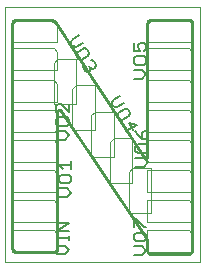
<source format=gto>
G75*
%MOIN*%
%OFA0B0*%
%FSLAX24Y24*%
%IPPOS*%
%LPD*%
%AMOC8*
5,1,8,0,0,1.08239X$1,22.5*
%
%ADD10C,0.0000*%
%ADD11C,0.0100*%
%ADD12C,0.0040*%
%ADD13C,0.0080*%
D10*
X002392Y002517D02*
X002392Y011017D01*
X008892Y011017D01*
X008892Y002517D01*
X002392Y002517D01*
D11*
X002781Y002829D02*
X004002Y002829D01*
X004024Y002831D01*
X004045Y002836D01*
X004066Y002844D01*
X004084Y002856D01*
X004101Y002870D01*
X004115Y002887D01*
X004127Y002905D01*
X004135Y002926D01*
X004140Y002947D01*
X004142Y002969D01*
X004142Y007500D01*
X004141Y007500D02*
X004143Y007514D01*
X004148Y007528D01*
X004156Y007540D01*
X004166Y007550D01*
X004179Y007558D01*
X004193Y007562D01*
X004207Y007563D01*
X004222Y007561D01*
X004235Y007555D01*
X004247Y007546D01*
X004256Y007535D01*
X007074Y003367D01*
X007142Y003146D02*
X007142Y002892D01*
X007144Y002872D01*
X007148Y002853D01*
X007156Y002835D01*
X007166Y002819D01*
X007179Y002804D01*
X007194Y002791D01*
X007210Y002781D01*
X007228Y002773D01*
X007247Y002769D01*
X007267Y002767D01*
X008465Y002767D01*
X008465Y002766D02*
X008490Y002768D01*
X008515Y002773D01*
X008539Y002782D01*
X008561Y002794D01*
X008581Y002809D01*
X008599Y002827D01*
X008614Y002847D01*
X008626Y002869D01*
X008635Y002893D01*
X008640Y002918D01*
X008642Y002943D01*
X008642Y010439D01*
X008640Y010461D01*
X008635Y010482D01*
X008627Y010503D01*
X008615Y010521D01*
X008601Y010538D01*
X008584Y010552D01*
X008566Y010564D01*
X008545Y010572D01*
X008524Y010577D01*
X008502Y010579D01*
X007281Y010579D01*
X007259Y010577D01*
X007238Y010572D01*
X007217Y010564D01*
X007199Y010552D01*
X007182Y010538D01*
X007168Y010521D01*
X007156Y010503D01*
X007148Y010482D01*
X007143Y010461D01*
X007141Y010439D01*
X007142Y010439D02*
X007142Y006038D01*
X007140Y006023D01*
X007135Y006010D01*
X007127Y005998D01*
X007117Y005987D01*
X007104Y005980D01*
X007090Y005976D01*
X007075Y005975D01*
X007061Y005978D01*
X007048Y005983D01*
X007036Y005992D01*
X007026Y006003D01*
X007027Y006004D02*
X004083Y010478D01*
X003895Y010579D02*
X002781Y010579D01*
X002759Y010577D01*
X002738Y010572D01*
X002717Y010564D01*
X002699Y010552D01*
X002682Y010538D01*
X002668Y010521D01*
X002656Y010503D01*
X002648Y010482D01*
X002643Y010461D01*
X002641Y010439D01*
X002642Y010439D02*
X002642Y002969D01*
X002641Y002969D02*
X002643Y002947D01*
X002648Y002926D01*
X002656Y002905D01*
X002668Y002887D01*
X002682Y002870D01*
X002699Y002856D01*
X002717Y002844D01*
X002738Y002836D01*
X002759Y002831D01*
X002781Y002829D01*
X007073Y003367D02*
X007094Y003334D01*
X007110Y003298D01*
X007124Y003262D01*
X007133Y003224D01*
X007139Y003185D01*
X007141Y003146D01*
X004083Y010478D02*
X004066Y010500D01*
X004047Y010520D01*
X004025Y010537D01*
X004002Y010552D01*
X003977Y010564D01*
X003950Y010572D01*
X003923Y010577D01*
X003895Y010579D01*
D12*
X004017Y010579D02*
X004142Y010454D01*
X004142Y009829D01*
X002642Y009829D01*
X002642Y010579D01*
X004017Y010579D01*
X004017Y009642D02*
X004142Y009517D01*
X004142Y008892D01*
X002642Y008892D01*
X002642Y009642D01*
X004017Y009642D01*
X004142Y009267D02*
X004017Y009142D01*
X004017Y007767D01*
X004767Y007767D01*
X004767Y009267D01*
X004142Y009267D01*
X004017Y008579D02*
X004142Y008454D01*
X004142Y007829D01*
X002642Y007829D01*
X002642Y008579D01*
X004017Y008579D01*
X004642Y008267D02*
X004767Y008392D01*
X005392Y008392D01*
X005392Y006892D01*
X004642Y006892D01*
X004642Y008267D01*
X004017Y007579D02*
X004142Y007454D01*
X004142Y006829D01*
X002642Y006829D01*
X002642Y007579D01*
X004017Y007579D01*
X004017Y006579D02*
X004142Y006454D01*
X004142Y005829D01*
X002642Y005829D01*
X002642Y006579D01*
X004017Y006579D01*
X004017Y005579D02*
X004142Y005454D01*
X004142Y004829D01*
X002642Y004829D01*
X002642Y005579D01*
X004017Y005579D01*
X004017Y004579D02*
X004142Y004454D01*
X004142Y003829D01*
X002642Y003829D01*
X002642Y004579D01*
X004017Y004579D01*
X004017Y003579D02*
X004142Y003454D01*
X004142Y002829D01*
X002642Y002829D01*
X002642Y003579D01*
X004017Y003579D01*
X005892Y005142D02*
X005892Y006517D01*
X006017Y006642D01*
X006642Y006642D01*
X006642Y005142D01*
X005892Y005142D01*
X006517Y005517D02*
X006642Y005642D01*
X007267Y005642D01*
X007267Y004142D01*
X006517Y004142D01*
X006517Y005517D01*
X006017Y006017D02*
X005267Y006017D01*
X005267Y007392D01*
X005392Y007517D01*
X006017Y007517D01*
X006017Y006017D01*
X007142Y005829D02*
X007142Y006579D01*
X008517Y006579D01*
X008642Y006454D01*
X008642Y005829D01*
X007142Y005829D01*
X007142Y005579D02*
X008517Y005579D01*
X008642Y005454D01*
X008642Y004829D01*
X007142Y004829D01*
X007142Y005579D01*
X007142Y004579D02*
X008517Y004579D01*
X008642Y004454D01*
X008642Y003829D01*
X007142Y003829D01*
X007142Y004579D01*
X007142Y003579D02*
X008517Y003579D01*
X008642Y003454D01*
X008642Y002829D01*
X007142Y002829D01*
X007142Y003579D01*
X007142Y006829D02*
X007142Y007579D01*
X008517Y007579D01*
X008642Y007454D01*
X008642Y006829D01*
X007142Y006829D01*
X007142Y007829D02*
X007142Y008579D01*
X008517Y008579D01*
X008642Y008454D01*
X008642Y007829D01*
X007142Y007829D01*
X007142Y008892D02*
X007142Y009642D01*
X008517Y009642D01*
X008642Y009517D01*
X008642Y008892D01*
X007142Y008892D01*
X007142Y009829D02*
X007142Y010579D01*
X008517Y010579D01*
X008642Y010454D01*
X008642Y009829D01*
X007142Y009829D01*
D13*
X007102Y009750D02*
X007102Y009610D01*
X007032Y009540D01*
X006891Y009540D02*
X006821Y009680D01*
X006821Y009750D01*
X006891Y009820D01*
X007032Y009820D01*
X007102Y009750D01*
X006891Y009540D02*
X006681Y009540D01*
X006681Y009820D01*
X006751Y009360D02*
X006681Y009290D01*
X006681Y009150D01*
X006751Y009080D01*
X007032Y009080D01*
X007102Y009150D01*
X007102Y009290D01*
X007032Y009360D01*
X006751Y009360D01*
X006681Y008899D02*
X006962Y008899D01*
X007102Y008759D01*
X006962Y008619D01*
X006681Y008619D01*
X006235Y008047D02*
X005992Y007907D01*
X005941Y007716D01*
X006132Y007664D01*
X006375Y007804D01*
X006404Y007613D02*
X006162Y007473D01*
X006136Y007378D01*
X006206Y007256D01*
X006302Y007231D01*
X006545Y007371D01*
X006570Y007466D01*
X006500Y007588D01*
X006404Y007613D01*
X006513Y007145D02*
X006653Y006902D01*
X006744Y006883D02*
X006814Y006743D01*
X006954Y006602D01*
X006954Y006813D01*
X007024Y006883D01*
X007094Y006883D01*
X007164Y006813D01*
X007164Y006673D01*
X007094Y006602D01*
X006954Y006602D01*
X007094Y006422D02*
X006814Y006422D01*
X006744Y006352D01*
X006744Y006212D01*
X006814Y006142D01*
X007094Y006142D01*
X007164Y006212D01*
X007164Y006352D01*
X007094Y006422D01*
X007024Y005962D02*
X006744Y005962D01*
X007024Y005962D02*
X007164Y005822D01*
X007024Y005682D01*
X006744Y005682D01*
X006436Y006857D02*
X006800Y007068D01*
X006513Y007145D01*
X005213Y008878D02*
X005153Y008843D01*
X005057Y008868D01*
X004987Y008990D01*
X005013Y009085D01*
X004923Y009242D02*
X004827Y009267D01*
X004757Y009389D01*
X004782Y009484D01*
X005025Y009624D01*
X005121Y009599D01*
X005191Y009477D01*
X005165Y009382D01*
X004923Y009242D01*
X005255Y009226D02*
X005351Y009200D01*
X005421Y009079D01*
X005395Y008983D01*
X005335Y008948D01*
X005239Y008974D01*
X005213Y008878D01*
X005239Y008974D02*
X005204Y009034D01*
X004753Y009675D02*
X004562Y009727D01*
X004613Y009918D01*
X004856Y010058D01*
X004996Y009815D02*
X004753Y009675D01*
X004527Y007783D02*
X004527Y007502D01*
X004246Y007783D01*
X004176Y007783D01*
X004106Y007713D01*
X004106Y007573D01*
X004176Y007502D01*
X004176Y007322D02*
X004106Y007252D01*
X004106Y007112D01*
X004176Y007042D01*
X004457Y007042D01*
X004527Y007112D01*
X004527Y007252D01*
X004457Y007322D01*
X004176Y007322D01*
X004106Y006862D02*
X004387Y006862D01*
X004527Y006722D01*
X004387Y006582D01*
X004106Y006582D01*
X004602Y005877D02*
X004602Y005596D01*
X004602Y005736D02*
X004181Y005736D01*
X004321Y005596D01*
X004251Y005416D02*
X004181Y005346D01*
X004181Y005206D01*
X004251Y005136D01*
X004532Y005136D01*
X004602Y005206D01*
X004602Y005346D01*
X004532Y005416D01*
X004251Y005416D01*
X004181Y004956D02*
X004462Y004956D01*
X004602Y004816D01*
X004462Y004675D01*
X004181Y004675D01*
X004119Y003814D02*
X004539Y003814D01*
X004119Y003534D01*
X004539Y003534D01*
X004539Y003367D02*
X004539Y003227D01*
X004539Y003297D02*
X004119Y003297D01*
X004119Y003227D02*
X004119Y003367D01*
X004119Y003047D02*
X004399Y003047D01*
X004539Y002907D01*
X004399Y002766D01*
X004119Y002766D01*
X006681Y002744D02*
X006962Y002744D01*
X007102Y002884D01*
X006962Y003024D01*
X006681Y003024D01*
X006751Y003205D02*
X007032Y003205D01*
X007102Y003275D01*
X007102Y003415D01*
X007032Y003485D01*
X006751Y003485D01*
X006681Y003415D01*
X006681Y003275D01*
X006751Y003205D01*
X006681Y003665D02*
X006681Y003945D01*
X006751Y003945D01*
X007032Y003665D01*
X007102Y003665D01*
M02*

</source>
